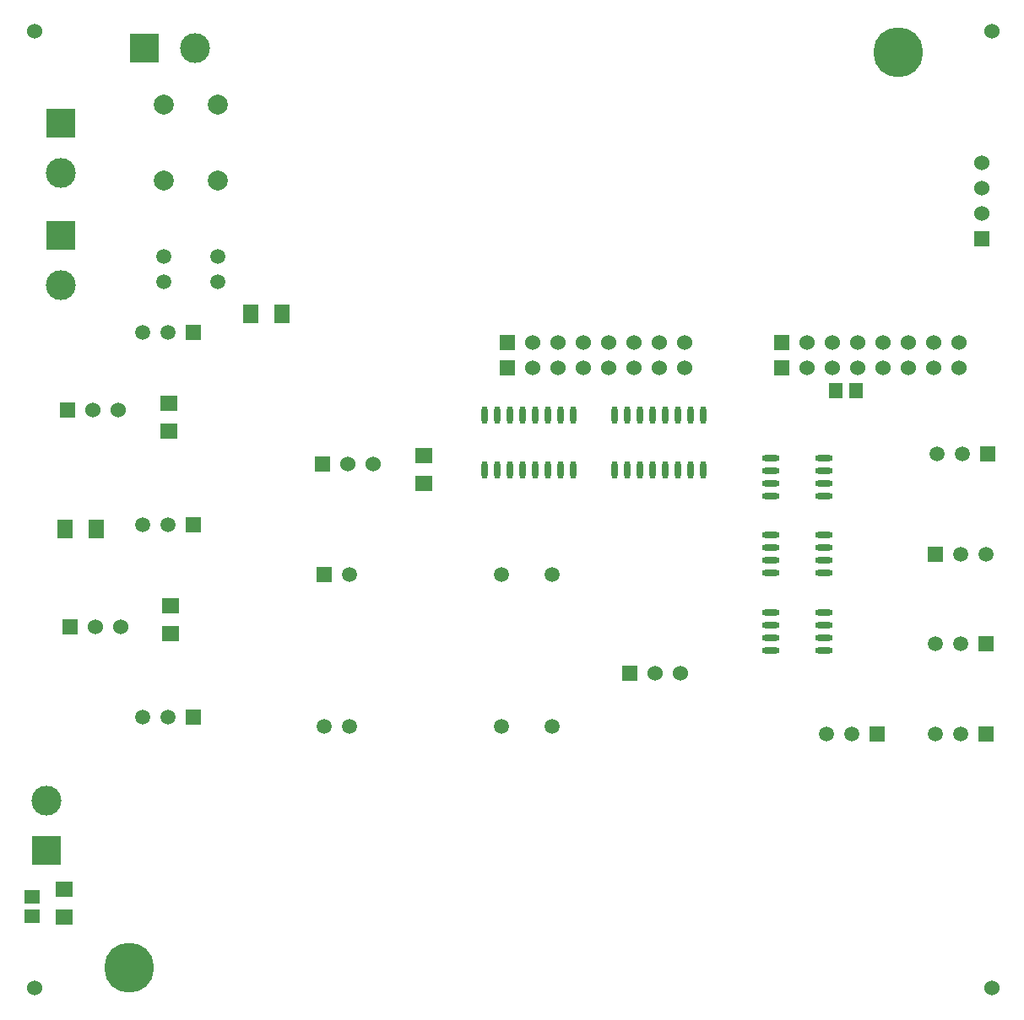
<source format=gbr>
G04 Layer_Color=255*
%FSLAX26Y26*%
%MOIN*%
%TF.FileFunction,Pads,Bot*%
%TF.Part,Single*%
G01*
G75*
%TA.AperFunction,SMDPad,CuDef*%
%ADD10R,0.059055X0.074803*%
%ADD18R,0.059055X0.055118*%
%ADD19R,0.055118X0.059055*%
%ADD20O,0.023622X0.070866*%
%TA.AperFunction,WasherPad*%
%ADD29C,0.060000*%
%TA.AperFunction,ViaPad*%
%ADD30C,0.196850*%
%TA.AperFunction,ComponentPad*%
%ADD31R,0.118110X0.118110*%
%ADD32C,0.118110*%
%ADD33R,0.118110X0.118110*%
%ADD34C,0.059055*%
%ADD35R,0.059055X0.059055*%
%ADD36C,0.060000*%
%ADD37R,0.060000X0.060000*%
%ADD38R,0.060000X0.060000*%
%ADD39R,0.059055X0.059055*%
%ADD40C,0.078740*%
%TA.AperFunction,SMDPad,CuDef*%
%ADD45R,0.070866X0.062992*%
%ADD46O,0.070866X0.023622*%
D10*
X241023Y1815000D02*
D03*
X118976D02*
D03*
X853661Y2665000D02*
D03*
X975709D02*
D03*
D18*
X-12000Y361370D02*
D03*
Y282630D02*
D03*
D19*
X3163630Y2360000D02*
D03*
X3242370D02*
D03*
D20*
X2290000Y2263268D02*
D03*
X2340000D02*
D03*
X2390000D02*
D03*
X2440000D02*
D03*
X2490000D02*
D03*
X2540000D02*
D03*
X2590000D02*
D03*
X2640000D02*
D03*
X2290000Y2046732D02*
D03*
X2340000D02*
D03*
X2390000D02*
D03*
X2440000D02*
D03*
X2490000D02*
D03*
X2540000D02*
D03*
X2590000D02*
D03*
X2640000D02*
D03*
X1775000Y2263268D02*
D03*
X1825000D02*
D03*
X1875000D02*
D03*
X1925000D02*
D03*
X1975000D02*
D03*
X2025000D02*
D03*
X2075000D02*
D03*
X2125000D02*
D03*
X1775000Y2046732D02*
D03*
X1825000D02*
D03*
X1875000D02*
D03*
X1925000D02*
D03*
X1975000D02*
D03*
X2025000D02*
D03*
X2075000D02*
D03*
X2125000D02*
D03*
D29*
X0Y3779528D02*
D03*
X3779526D02*
D03*
Y0D02*
D03*
X0D02*
D03*
D30*
X371000Y81000D02*
D03*
X3408526Y3698528D02*
D03*
D31*
X46000Y542575D02*
D03*
X102665Y3418425D02*
D03*
Y2973425D02*
D03*
D32*
X46000Y739425D02*
D03*
X630553Y3715000D02*
D03*
X102665Y3221575D02*
D03*
Y2776575D02*
D03*
D33*
X433703Y3715000D02*
D03*
D34*
X425002Y2590000D02*
D03*
X525002D02*
D03*
X425002Y1830500D02*
D03*
X525002D02*
D03*
X425002Y1071000D02*
D03*
X525002D02*
D03*
X3561001Y2110000D02*
D03*
X3661001D02*
D03*
X3754996Y1715000D02*
D03*
X3654996D02*
D03*
X3125001Y1005000D02*
D03*
X3225001D02*
D03*
X3554999Y1005000D02*
D03*
X3654999D02*
D03*
X3554999Y1360413D02*
D03*
X3654999D02*
D03*
X2041000Y1634000D02*
D03*
X1841000D02*
D03*
X1241000D02*
D03*
X1141000Y1034000D02*
D03*
X2041000D02*
D03*
X1841000D02*
D03*
X1241000D02*
D03*
X508787Y2890000D02*
D03*
Y2790000D02*
D03*
X723787Y2890000D02*
D03*
Y2790000D02*
D03*
D35*
X625002Y2590000D02*
D03*
Y1830500D02*
D03*
Y1071000D02*
D03*
X3761001Y2110000D02*
D03*
X3554996Y1715000D02*
D03*
X3325001Y1005000D02*
D03*
X3754999Y1005000D02*
D03*
Y1360413D02*
D03*
D36*
X2065000Y2550000D02*
D03*
X1965000D02*
D03*
X2565000D02*
D03*
X2465000D02*
D03*
X2365000D02*
D03*
X2265000D02*
D03*
X2165000D02*
D03*
X2065000Y2450000D02*
D03*
X1965000D02*
D03*
X2565000D02*
D03*
X2465000D02*
D03*
X2365000D02*
D03*
X2265000D02*
D03*
X2165000D02*
D03*
X3150000D02*
D03*
X3050000D02*
D03*
X3650000D02*
D03*
X3550000D02*
D03*
X3450000D02*
D03*
X3350000D02*
D03*
X3250000D02*
D03*
X3740000Y3060000D02*
D03*
Y3160000D02*
D03*
Y3260000D02*
D03*
X3150000Y2550000D02*
D03*
X3050000D02*
D03*
X3650000D02*
D03*
X3550000D02*
D03*
X3450000D02*
D03*
X3350000D02*
D03*
X3250000D02*
D03*
X230000Y2285000D02*
D03*
X330000D02*
D03*
X2450000Y1245000D02*
D03*
X2550000D02*
D03*
X239843Y1427000D02*
D03*
X339842D02*
D03*
X1234000Y2069000D02*
D03*
X1334000D02*
D03*
D37*
X1865000Y2550000D02*
D03*
Y2450000D02*
D03*
X2950000D02*
D03*
Y2550000D02*
D03*
X130000Y2285000D02*
D03*
X2350000Y1245000D02*
D03*
X139843Y1427000D02*
D03*
X1134000Y2069000D02*
D03*
D38*
X3740000Y2960000D02*
D03*
D39*
X1141000Y1634000D02*
D03*
D40*
X508787Y3490000D02*
D03*
Y3190000D02*
D03*
X723787Y3490000D02*
D03*
Y3190000D02*
D03*
D45*
X530000Y2199882D02*
D03*
Y2310118D02*
D03*
X114000Y280882D02*
D03*
Y391118D02*
D03*
X535000Y1399882D02*
D03*
Y1510118D02*
D03*
X1535000Y1994882D02*
D03*
Y2105118D02*
D03*
D46*
X2905669Y1945000D02*
D03*
Y1995000D02*
D03*
Y2045000D02*
D03*
Y2095000D02*
D03*
X3114331Y1945000D02*
D03*
Y1995000D02*
D03*
Y2045000D02*
D03*
Y2095000D02*
D03*
X2905669Y1640000D02*
D03*
Y1690000D02*
D03*
Y1740000D02*
D03*
Y1790000D02*
D03*
X3114331Y1640000D02*
D03*
Y1690000D02*
D03*
Y1740000D02*
D03*
Y1790000D02*
D03*
X2905669Y1335000D02*
D03*
Y1385000D02*
D03*
Y1435000D02*
D03*
Y1485000D02*
D03*
X3114331Y1335000D02*
D03*
Y1385000D02*
D03*
Y1435000D02*
D03*
Y1485000D02*
D03*
%TF.MD5,ba928130db8c7cb200e28db88429a3c9*%
M02*

</source>
